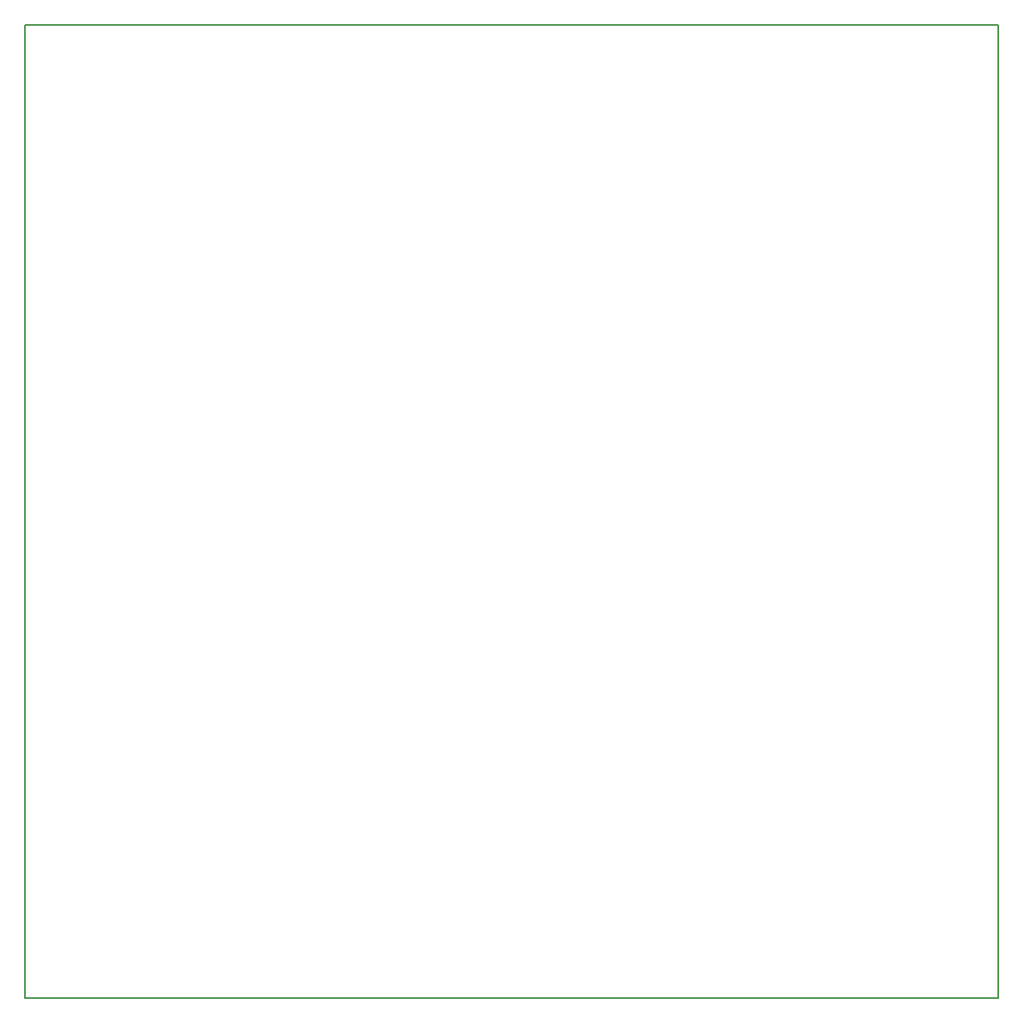
<source format=gbr>
%TF.GenerationSoftware,KiCad,Pcbnew,(5.0.1)-3*%
%TF.CreationDate,2018-11-11T20:09:42+02:00*%
%TF.ProjectId,Fet-levy,4665742D6C6576792E6B696361645F70,rev?*%
%TF.SameCoordinates,Original*%
%TF.FileFunction,Profile,NP*%
%FSLAX46Y46*%
G04 Gerber Fmt 4.6, Leading zero omitted, Abs format (unit mm)*
G04 Created by KiCad (PCBNEW (5.0.1)-3) date 11.11.2018 20.09.42*
%MOMM*%
%LPD*%
G01*
G04 APERTURE LIST*
%ADD10C,0.150000*%
%ADD11C,0.200000*%
G04 APERTURE END LIST*
D10*
X254000000Y-49530000D02*
X254000000Y-50800000D01*
X154940000Y-49530000D02*
X254000000Y-49530000D01*
X154940000Y-50800000D02*
X154940000Y-49530000D01*
D11*
X254000000Y-148590000D02*
X154940000Y-148590000D01*
D10*
X154940000Y-148590000D02*
X154940000Y-50800000D01*
X254000000Y-50800000D02*
X254000000Y-148590000D01*
M02*

</source>
